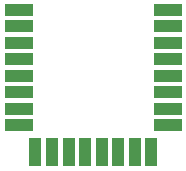
<source format=gbr>
G04 #@! TF.GenerationSoftware,KiCad,Pcbnew,7.0.10*
G04 #@! TF.CreationDate,2024-04-04T22:49:01-05:00*
G04 #@! TF.ProjectId,adapter,61646170-7465-4722-9e6b-696361645f70,rev?*
G04 #@! TF.SameCoordinates,Original*
G04 #@! TF.FileFunction,Paste,Top*
G04 #@! TF.FilePolarity,Positive*
%FSLAX46Y46*%
G04 Gerber Fmt 4.6, Leading zero omitted, Abs format (unit mm)*
G04 Created by KiCad (PCBNEW 7.0.10) date 2024-04-04 22:49:01*
%MOMM*%
%LPD*%
G01*
G04 APERTURE LIST*
%ADD10R,2.450000X1.000000*%
%ADD11R,1.000000X2.450000*%
G04 APERTURE END LIST*
D10*
G04 #@! TO.C,DWM1*
X161520000Y-84425000D03*
X161520000Y-85825000D03*
X161520000Y-87225000D03*
X161520000Y-88625000D03*
X161520000Y-90025000D03*
X161520000Y-91425000D03*
X161520000Y-92825000D03*
X161520000Y-94225000D03*
D11*
X162920000Y-96520000D03*
X164320000Y-96520000D03*
X165720000Y-96520000D03*
X167120000Y-96520000D03*
X168520000Y-96520000D03*
X169920000Y-96520000D03*
X171320000Y-96520000D03*
X172720000Y-96520000D03*
D10*
X174120000Y-94223800D03*
X174120000Y-92823800D03*
X174120000Y-91425000D03*
X174120000Y-90025000D03*
X174120000Y-88625000D03*
X174120000Y-87225000D03*
X174120000Y-85825000D03*
X174120000Y-84425000D03*
G04 #@! TD*
M02*

</source>
